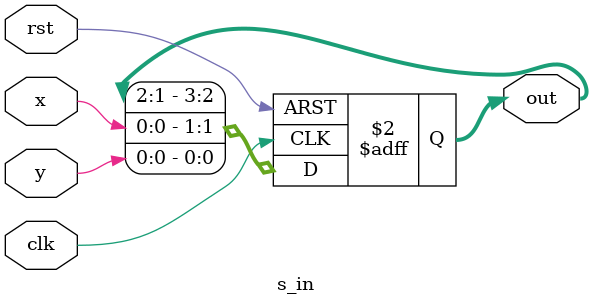
<source format=v>

module s_in(input clk,input rst, input x, output reg [3:0] out, input y);

always@(posedge clk or posedge rst)
    if(rst)
    out <= 0;
    else
    out <= {out[2:1], x, y};

endmodule

</source>
